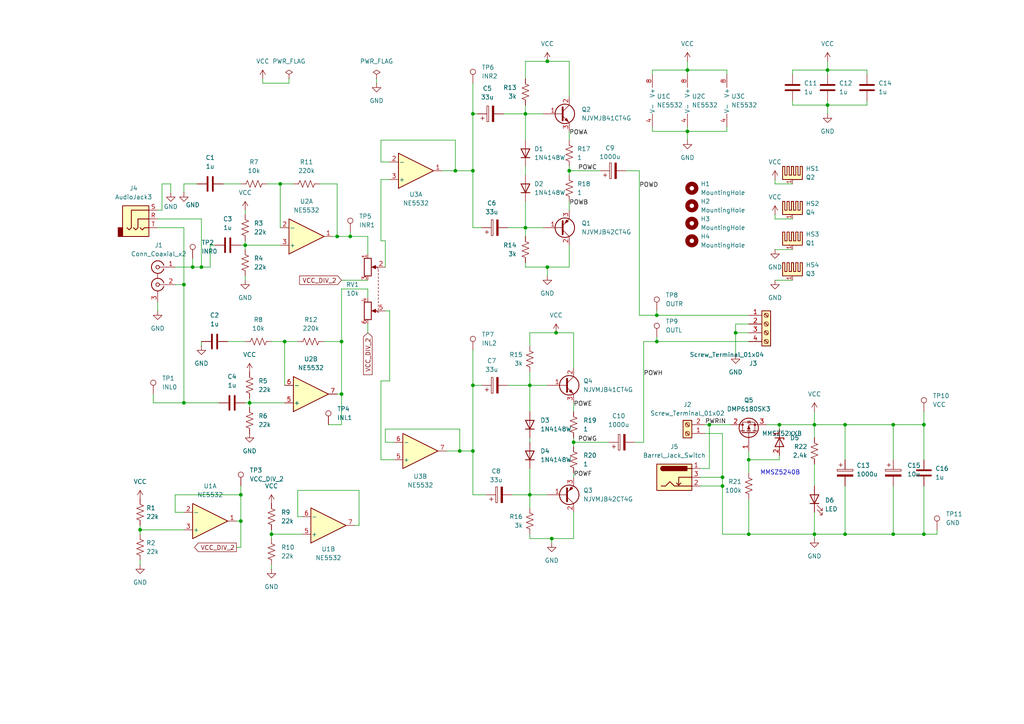
<source format=kicad_sch>
(kicad_sch (version 20231120) (generator "eeschema") (generator_version "8.0")
  (paper "A4")
  (junction (at 99.06 99.06))
  (junction (at 99.06 114.3))
  (junction (at 55.88 77.47))
  (junction (at 53.34 116.84))
  (junction (at 72.39 116.84))
  (junction (at 158.75 77.47))
  (junction (at 217.17 133.35))
  (junction (at 153.67 143.51))
  (junction (at 158.75 17.78))
  (junction (at 71.12 71.12))
  (junction (at 152.4 66.04))
  (junction (at 101.6 68.58))
  (junction (at 137.16 130.81))
  (junction (at 245.11 154.94))
  (junction (at 69.85 151.13))
  (junction (at 69.85 143.51))
  (junction (at 240.03 20.32))
  (junction (at 267.97 154.94))
  (junction (at 267.97 123.19))
  (junction (at 82.55 99.06))
  (junction (at 240.03 30.48))
  (junction (at 190.5 91.44))
  (junction (at 81.28 53.34))
  (junction (at 152.4 33.02))
  (junction (at 40.64 153.67))
  (junction (at 209.55 140.97))
  (junction (at 165.1 49.53))
  (junction (at 153.67 111.76))
  (junction (at 199.39 38.1))
  (junction (at 199.39 20.32))
  (junction (at 226.06 123.19))
  (junction (at 58.42 77.47))
  (junction (at 161.29 96.52))
  (junction (at 78.74 154.94))
  (junction (at 137.16 111.76))
  (junction (at 97.79 68.58))
  (junction (at 236.22 123.19))
  (junction (at 209.55 138.43))
  (junction (at 53.34 82.55))
  (junction (at 137.16 33.02))
  (junction (at 160.02 156.21))
  (junction (at 213.36 96.52))
  (junction (at 133.35 130.81))
  (junction (at 236.22 154.94))
  (junction (at 217.17 154.94))
  (junction (at 245.11 123.19))
  (junction (at 190.5 99.06))
  (junction (at 132.08 49.53))
  (junction (at 166.37 128.27))
  (junction (at 137.16 49.53))
  (junction (at 205.74 123.19))
  (junction (at 259.08 154.94))
  (junction (at 259.08 123.19))
  (wire (pts (xy 157.48 33.02) (xy 152.4 33.02)))
  (wire (pts (xy 69.85 143.51) (xy 69.85 151.13)))
  (wire (pts (xy 165.1 48.26) (xy 165.1 49.53)))
  (wire (pts (xy 226.06 123.19) (xy 236.22 123.19)))
  (wire (pts (xy 259.08 154.94) (xy 267.97 154.94)))
  (wire (pts (xy 210.82 38.1) (xy 210.82 36.83)))
  (wire (pts (xy 190.5 97.79) (xy 190.5 99.06)))
  (wire (pts (xy 71.12 69.85) (xy 71.12 71.12)))
  (wire (pts (xy 106.68 68.58) (xy 101.6 68.58)))
  (wire (pts (xy 58.42 77.47) (xy 55.88 77.47)))
  (wire (pts (xy 189.23 20.32) (xy 199.39 20.32)))
  (wire (pts (xy 71.12 60.96) (xy 71.12 62.23)))
  (wire (pts (xy 158.75 17.78) (xy 165.1 17.78)))
  (wire (pts (xy 72.39 115.57) (xy 72.39 116.84)))
  (wire (pts (xy 229.87 30.48) (xy 240.03 30.48)))
  (wire (pts (xy 78.74 99.06) (xy 82.55 99.06)))
  (wire (pts (xy 128.27 49.53) (xy 132.08 49.53)))
  (wire (pts (xy 60.96 71.12) (xy 62.23 71.12)))
  (wire (pts (xy 213.36 96.52) (xy 213.36 102.87)))
  (wire (pts (xy 132.08 40.64) (xy 110.49 40.64)))
  (wire (pts (xy 152.4 66.04) (xy 152.4 68.58)))
  (wire (pts (xy 50.8 143.51) (xy 69.85 143.51)))
  (wire (pts (xy 245.11 123.19) (xy 245.11 133.35)))
  (wire (pts (xy 137.16 130.81) (xy 137.16 143.51)))
  (wire (pts (xy 190.5 99.06) (xy 186.69 99.06)))
  (wire (pts (xy 224.79 63.5) (xy 224.79 62.23)))
  (wire (pts (xy 77.47 53.34) (xy 81.28 53.34)))
  (wire (pts (xy 217.17 93.98) (xy 213.36 93.98)))
  (wire (pts (xy 137.16 33.02) (xy 137.16 49.53)))
  (wire (pts (xy 240.03 20.32) (xy 240.03 21.59)))
  (wire (pts (xy 110.49 46.99) (xy 113.03 46.99)))
  (wire (pts (xy 153.67 100.33) (xy 153.67 96.52)))
  (wire (pts (xy 224.79 53.34) (xy 224.79 52.07)))
  (wire (pts (xy 106.68 86.36) (xy 106.68 83.82)))
  (wire (pts (xy 95.25 123.19) (xy 99.06 123.19)))
  (wire (pts (xy 148.59 143.51) (xy 153.67 143.51)))
  (wire (pts (xy 69.85 140.97) (xy 69.85 143.51)))
  (wire (pts (xy 217.17 133.35) (xy 217.17 130.81)))
  (wire (pts (xy 152.4 22.86) (xy 152.4 17.78)))
  (wire (pts (xy 78.74 163.83) (xy 78.74 165.1)))
  (wire (pts (xy 217.17 133.35) (xy 217.17 137.16)))
  (wire (pts (xy 102.87 152.4) (xy 104.14 152.4)))
  (wire (pts (xy 199.39 20.32) (xy 210.82 20.32)))
  (wire (pts (xy 165.1 17.78) (xy 165.1 27.94)))
  (wire (pts (xy 186.69 99.06) (xy 186.69 128.27)))
  (wire (pts (xy 87.63 149.86) (xy 86.36 149.86)))
  (wire (pts (xy 152.4 30.48) (xy 152.4 33.02)))
  (wire (pts (xy 58.42 99.06) (xy 58.42 100.33)))
  (wire (pts (xy 147.32 111.76) (xy 153.67 111.76)))
  (wire (pts (xy 153.67 143.51) (xy 153.67 147.32)))
  (wire (pts (xy 240.03 20.32) (xy 251.46 20.32)))
  (wire (pts (xy 69.85 158.75) (xy 69.85 151.13)))
  (wire (pts (xy 71.12 116.84) (xy 72.39 116.84)))
  (wire (pts (xy 40.64 152.4) (xy 40.64 153.67)))
  (wire (pts (xy 106.68 73.66) (xy 106.68 68.58)))
  (wire (pts (xy 53.34 148.59) (xy 50.8 148.59)))
  (wire (pts (xy 224.79 81.28) (xy 229.87 81.28)))
  (wire (pts (xy 158.75 77.47) (xy 158.75 80.01)))
  (wire (pts (xy 71.12 80.01) (xy 71.12 81.28)))
  (wire (pts (xy 217.17 91.44) (xy 190.5 91.44)))
  (wire (pts (xy 259.08 140.97) (xy 259.08 154.94)))
  (wire (pts (xy 55.88 77.47) (xy 50.8 77.47)))
  (wire (pts (xy 78.74 154.94) (xy 78.74 156.21)))
  (wire (pts (xy 236.22 123.19) (xy 245.11 123.19)))
  (wire (pts (xy 97.79 68.58) (xy 96.52 68.58)))
  (wire (pts (xy 224.79 72.39) (xy 229.87 72.39)))
  (wire (pts (xy 229.87 53.34) (xy 224.79 53.34)))
  (wire (pts (xy 245.11 154.94) (xy 259.08 154.94)))
  (wire (pts (xy 64.77 53.34) (xy 69.85 53.34)))
  (wire (pts (xy 104.14 142.24) (xy 104.14 152.4)))
  (wire (pts (xy 57.15 53.34) (xy 53.34 53.34)))
  (wire (pts (xy 111.76 90.17) (xy 113.03 90.17)))
  (wire (pts (xy 245.11 123.19) (xy 259.08 123.19)))
  (wire (pts (xy 153.67 96.52) (xy 161.29 96.52)))
  (wire (pts (xy 204.47 125.73) (xy 209.55 125.73)))
  (wire (pts (xy 240.03 29.21) (xy 240.03 30.48)))
  (wire (pts (xy 190.5 90.17) (xy 190.5 91.44)))
  (wire (pts (xy 160.02 156.21) (xy 160.02 157.48)))
  (wire (pts (xy 166.37 127) (xy 166.37 128.27)))
  (wire (pts (xy 217.17 154.94) (xy 236.22 154.94)))
  (wire (pts (xy 44.45 116.84) (xy 53.34 116.84)))
  (wire (pts (xy 236.22 148.59) (xy 236.22 154.94)))
  (wire (pts (xy 166.37 128.27) (xy 176.53 128.27)))
  (wire (pts (xy 226.06 132.08) (xy 226.06 133.35)))
  (wire (pts (xy 229.87 29.21) (xy 229.87 30.48)))
  (wire (pts (xy 166.37 128.27) (xy 166.37 129.54)))
  (wire (pts (xy 166.37 137.16) (xy 166.37 138.43)))
  (wire (pts (xy 209.55 154.94) (xy 217.17 154.94)))
  (wire (pts (xy 86.36 142.24) (xy 104.14 142.24)))
  (wire (pts (xy 226.06 133.35) (xy 217.17 133.35)))
  (wire (pts (xy 222.25 123.19) (xy 226.06 123.19)))
  (wire (pts (xy 72.39 116.84) (xy 82.55 116.84)))
  (wire (pts (xy 111.76 128.27) (xy 111.76 124.46)))
  (wire (pts (xy 189.23 36.83) (xy 189.23 38.1)))
  (wire (pts (xy 251.46 30.48) (xy 251.46 29.21)))
  (wire (pts (xy 209.55 125.73) (xy 209.55 138.43)))
  (wire (pts (xy 259.08 123.19) (xy 267.97 123.19)))
  (wire (pts (xy 49.53 55.88) (xy 49.53 53.34)))
  (wire (pts (xy 93.98 99.06) (xy 99.06 99.06)))
  (wire (pts (xy 99.06 114.3) (xy 97.79 114.3)))
  (wire (pts (xy 137.16 101.6) (xy 137.16 111.76)))
  (wire (pts (xy 99.06 114.3) (xy 99.06 123.19)))
  (wire (pts (xy 45.72 63.5) (xy 58.42 63.5)))
  (wire (pts (xy 76.2 22.86) (xy 76.2 24.13)))
  (wire (pts (xy 111.76 124.46) (xy 133.35 124.46)))
  (wire (pts (xy 132.08 49.53) (xy 132.08 40.64)))
  (wire (pts (xy 99.06 99.06) (xy 99.06 114.3)))
  (wire (pts (xy 217.17 144.78) (xy 217.17 154.94)))
  (wire (pts (xy 158.75 77.47) (xy 152.4 77.47)))
  (wire (pts (xy 110.49 110.49) (xy 110.49 133.35)))
  (wire (pts (xy 133.35 130.81) (xy 137.16 130.81)))
  (wire (pts (xy 146.05 33.02) (xy 152.4 33.02)))
  (wire (pts (xy 101.6 67.31) (xy 101.6 68.58)))
  (wire (pts (xy 240.03 30.48) (xy 240.03 33.02)))
  (wire (pts (xy 109.22 22.86) (xy 109.22 24.13)))
  (wire (pts (xy 210.82 20.32) (xy 210.82 21.59)))
  (wire (pts (xy 236.22 119.38) (xy 236.22 123.19)))
  (wire (pts (xy 53.34 82.55) (xy 50.8 82.55)))
  (wire (pts (xy 53.34 66.04) (xy 45.72 66.04)))
  (wire (pts (xy 99.06 83.82) (xy 99.06 99.06)))
  (wire (pts (xy 152.4 48.26) (xy 152.4 50.8)))
  (wire (pts (xy 81.28 66.04) (xy 81.28 53.34)))
  (wire (pts (xy 203.2 135.89) (xy 205.74 135.89)))
  (wire (pts (xy 113.03 110.49) (xy 110.49 110.49)))
  (wire (pts (xy 110.49 40.64) (xy 110.49 46.99)))
  (wire (pts (xy 240.03 17.78) (xy 240.03 20.32)))
  (wire (pts (xy 113.03 90.17) (xy 113.03 110.49)))
  (wire (pts (xy 78.74 153.67) (xy 78.74 154.94)))
  (wire (pts (xy 267.97 119.38) (xy 267.97 123.19)))
  (wire (pts (xy 152.4 33.02) (xy 152.4 40.64)))
  (wire (pts (xy 152.4 77.47) (xy 152.4 76.2)))
  (wire (pts (xy 213.36 93.98) (xy 213.36 96.52)))
  (wire (pts (xy 166.37 116.84) (xy 166.37 119.38)))
  (wire (pts (xy 186.69 128.27) (xy 184.15 128.27)))
  (wire (pts (xy 137.16 66.04) (xy 139.7 66.04)))
  (wire (pts (xy 106.68 83.82) (xy 99.06 83.82)))
  (wire (pts (xy 204.47 123.19) (xy 205.74 123.19)))
  (wire (pts (xy 190.5 91.44) (xy 185.42 91.44)))
  (wire (pts (xy 114.3 128.27) (xy 111.76 128.27)))
  (wire (pts (xy 50.8 148.59) (xy 50.8 143.51)))
  (wire (pts (xy 152.4 66.04) (xy 157.48 66.04)))
  (wire (pts (xy 153.67 107.95) (xy 153.67 111.76)))
  (wire (pts (xy 113.03 52.07) (xy 110.49 52.07)))
  (wire (pts (xy 111.76 69.85) (xy 111.76 77.47)))
  (wire (pts (xy 68.58 151.13) (xy 69.85 151.13)))
  (wire (pts (xy 267.97 154.94) (xy 271.78 154.94)))
  (wire (pts (xy 97.79 53.34) (xy 97.79 68.58)))
  (wire (pts (xy 153.67 143.51) (xy 158.75 143.51)))
  (wire (pts (xy 45.72 60.96) (xy 46.99 60.96)))
  (wire (pts (xy 199.39 20.32) (xy 199.39 21.59)))
  (wire (pts (xy 271.78 153.67) (xy 271.78 154.94)))
  (wire (pts (xy 160.02 156.21) (xy 153.67 156.21)))
  (wire (pts (xy 101.6 68.58) (xy 97.79 68.58)))
  (wire (pts (xy 165.1 58.42) (xy 165.1 60.96)))
  (wire (pts (xy 106.68 81.28) (xy 99.06 81.28)))
  (wire (pts (xy 209.55 140.97) (xy 209.55 154.94)))
  (wire (pts (xy 53.34 116.84) (xy 63.5 116.84)))
  (wire (pts (xy 236.22 154.94) (xy 245.11 154.94)))
  (wire (pts (xy 53.34 82.55) (xy 53.34 66.04)))
  (wire (pts (xy 165.1 71.12) (xy 165.1 77.47)))
  (wire (pts (xy 58.42 63.5) (xy 58.42 77.47)))
  (wire (pts (xy 199.39 38.1) (xy 199.39 40.64)))
  (wire (pts (xy 137.16 49.53) (xy 137.16 66.04)))
  (wire (pts (xy 236.22 134.62) (xy 236.22 140.97)))
  (wire (pts (xy 152.4 17.78) (xy 158.75 17.78)))
  (wire (pts (xy 44.45 114.3) (xy 44.45 116.84)))
  (wire (pts (xy 40.64 162.56) (xy 40.64 163.83)))
  (wire (pts (xy 46.99 53.34) (xy 46.99 60.96)))
  (wire (pts (xy 203.2 140.97) (xy 209.55 140.97)))
  (wire (pts (xy 166.37 148.59) (xy 166.37 156.21)))
  (wire (pts (xy 209.55 138.43) (xy 209.55 140.97)))
  (wire (pts (xy 71.12 71.12) (xy 81.28 71.12)))
  (wire (pts (xy 229.87 21.59) (xy 229.87 20.32)))
  (wire (pts (xy 213.36 96.52) (xy 217.17 96.52)))
  (wire (pts (xy 226.06 123.19) (xy 226.06 124.46)))
  (wire (pts (xy 81.28 53.34) (xy 85.09 53.34)))
  (wire (pts (xy 267.97 123.19) (xy 267.97 133.35)))
  (wire (pts (xy 165.1 49.53) (xy 165.1 50.8)))
  (wire (pts (xy 45.72 87.63) (xy 45.72 90.17)))
  (wire (pts (xy 110.49 133.35) (xy 114.3 133.35)))
  (wire (pts (xy 68.58 158.75) (xy 69.85 158.75)))
  (wire (pts (xy 152.4 58.42) (xy 152.4 66.04)))
  (wire (pts (xy 76.2 24.13) (xy 83.82 24.13)))
  (wire (pts (xy 53.34 116.84) (xy 53.34 82.55)))
  (wire (pts (xy 267.97 154.94) (xy 267.97 140.97)))
  (wire (pts (xy 251.46 20.32) (xy 251.46 21.59)))
  (wire (pts (xy 199.39 17.78) (xy 199.39 20.32)))
  (wire (pts (xy 189.23 38.1) (xy 199.39 38.1)))
  (wire (pts (xy 166.37 156.21) (xy 160.02 156.21)))
  (wire (pts (xy 236.22 123.19) (xy 236.22 127)))
  (wire (pts (xy 72.39 116.84) (xy 72.39 118.11)))
  (wire (pts (xy 106.68 93.98) (xy 106.68 96.52)))
  (wire (pts (xy 137.16 143.51) (xy 140.97 143.51)))
  (wire (pts (xy 153.67 135.89) (xy 153.67 143.51)))
  (wire (pts (xy 181.61 49.53) (xy 185.42 49.53)))
  (wire (pts (xy 199.39 38.1) (xy 210.82 38.1)))
  (wire (pts (xy 92.71 53.34) (xy 97.79 53.34)))
  (wire (pts (xy 49.53 53.34) (xy 46.99 53.34)))
  (wire (pts (xy 217.17 99.06) (xy 190.5 99.06)))
  (wire (pts (xy 60.96 77.47) (xy 58.42 77.47)))
  (wire (pts (xy 205.74 135.89) (xy 205.74 123.19)))
  (wire (pts (xy 82.55 111.76) (xy 82.55 99.06)))
  (wire (pts (xy 161.29 96.52) (xy 166.37 96.52)))
  (wire (pts (xy 165.1 38.1) (xy 165.1 40.64)))
  (wire (pts (xy 137.16 24.13) (xy 137.16 33.02)))
  (wire (pts (xy 236.22 154.94) (xy 236.22 156.21)))
  (wire (pts (xy 245.11 140.97) (xy 245.11 154.94)))
  (wire (pts (xy 110.49 52.07) (xy 110.49 69.85)))
  (wire (pts (xy 60.96 71.12) (xy 60.96 77.47)))
  (wire (pts (xy 240.03 30.48) (xy 251.46 30.48)))
  (wire (pts (xy 86.36 149.86) (xy 86.36 142.24)))
  (wire (pts (xy 87.63 154.94) (xy 78.74 154.94)))
  (wire (pts (xy 110.49 69.85) (xy 111.76 69.85)))
  (wire (pts (xy 173.99 49.53) (xy 165.1 49.53)))
  (wire (pts (xy 259.08 133.35) (xy 259.08 123.19)))
  (wire (pts (xy 153.67 127) (xy 153.67 128.27)))
  (wire (pts (xy 138.43 33.02) (xy 137.16 33.02)))
  (wire (pts (xy 53.34 153.67) (xy 40.64 153.67)))
  (wire (pts (xy 83.82 22.86) (xy 83.82 24.13)))
  (wire (pts (xy 55.88 74.93) (xy 55.88 77.47)))
  (wire (pts (xy 229.87 20.32) (xy 240.03 20.32)))
  (wire (pts (xy 71.12 71.12) (xy 71.12 72.39)))
  (wire (pts (xy 199.39 36.83) (xy 199.39 38.1)))
  (wire (pts (xy 229.87 63.5) (xy 224.79 63.5)))
  (wire (pts (xy 185.42 49.53) (xy 185.42 91.44)))
  (wire (pts (xy 133.35 124.46) (xy 133.35 130.81)))
  (wire (pts (xy 69.85 71.12) (xy 71.12 71.12)))
  (wire (pts (xy 147.32 66.04) (xy 152.4 66.04)))
  (wire (pts (xy 158.75 111.76) (xy 153.67 111.76)))
  (wire (pts (xy 66.04 99.06) (xy 71.12 99.06)))
  (wire (pts (xy 129.54 130.81) (xy 133.35 130.81)))
  (wire (pts (xy 189.23 21.59) (xy 189.23 20.32)))
  (wire (pts (xy 132.08 49.53) (xy 137.16 49.53)))
  (wire (pts (xy 153.67 111.76) (xy 153.67 119.38)))
  (wire (pts (xy 40.64 153.67) (xy 40.64 154.94)))
  (wire (pts (xy 165.1 77.47) (xy 158.75 77.47)))
  (wire (pts (xy 82.55 99.06) (xy 86.36 99.06)))
  (wire (pts (xy 137.16 111.76) (xy 137.16 130.81)))
  (wire (pts (xy 205.74 123.19) (xy 212.09 123.19)))
  (wire (pts (xy 53.34 53.34) (xy 53.34 55.88)))
  (wire (pts (xy 153.67 156.21) (xy 153.67 154.94)))
  (wire (pts (xy 139.7 111.76) (xy 137.16 111.76)))
  (wire (pts (xy 166.37 96.52) (xy 166.37 106.68)))
  (wire (pts (xy 203.2 138.43) (xy 209.55 138.43)))
  (text "MMSZ5240B" (at 220.472 137.922 0) (effects (font (size 1.27 1.27)) (justify left bottom)))
  (label "POWA" (at 165.1 39.37 0))
  (label "POWE" (at 166.37 118.11 0))
  (label "POWH" (at 186.69 109.22 0))
  (label "PWRIN" (at 204.47 123.19 0))
  (label "POWF" (at 166.37 138.43 0))
  (label "POWG" (at 167.64 128.27 0))
  (label "POWC" (at 167.64 49.53 0))
  (label "POWD" (at 185.42 54.61 0))
  (label "POWB" (at 165.1 59.69 0))
  (global_label "VCC_DIV_2" (shape input) (at 99.06 81.28 180) (property "Intersheetrefs" "${INTERSHEET_REFS}" (effects (hide yes))))
  (global_label "VCC_DIV_2" (shape output) (at 68.58 158.75 180) (property "Intersheetrefs" "${INTERSHEET_REFS}" (effects (hide yes))))
  (global_label "VCC_DIV_2" (shape input) (at 106.68 96.52 270) (property "Intersheetrefs" "${INTERSHEET_REFS}" (effects (hide yes))))
  (symbol (lib_id "Amplifier_Operational:NE5532") (at 120.65 49.53 0) (mirror x) (unit 1)
    (property "Reference" "U3" (at 120.65 56.388 0))
    (property "Value" "NE5532" (at 120.65 58.928 0))
    (property "Footprint" "Package_SO:SOIC-8_3.9x4.9mm_P1.27mm" (effects (hide yes)))
    (property "Datasheet" "http://www.ti.com/lit/ds/symlink/ne5532.pdf" (effects (hide yes)))
  )
  (symbol (lib_id "Device:R_US") (at 72.39 121.92 180) (unit 1)
    (property "Reference" "R6" (at 74.93 120.65 0) (effects (justify right)))
    (property "Value" "22k" (at 74.93 123.19 0) (effects (justify right)))
    (property "Footprint" "Resistor_SMD:R_1206_3216Metric_Pad1.30x1.75mm_HandSolder" (effects (hide yes)))
  )
  (symbol (lib_id "Connector:TestPoint") (at 137.16 101.6 0) (unit 1)
    (property "Reference" "TP7" (at 139.7 97.028 0) (effects (justify left)))
    (property "Value" "INL2" (at 139.7 99.568 0) (effects (justify left)))
    (property "Footprint" "TestPoint:TestPoint_THTPad_D2.0mm_Drill1.0mm" (effects (hide yes)))
  )
  (symbol (lib_name "VCC_2") (lib_id "power:VCC") (at 158.75 17.78 0) (unit 1)
    (property "Reference" "#PWR012" (effects (hide yes)))
    (property "Value" "VCC" (at 158.75 12.7 0))
    (property "Description" "Power symbol creates a global label with name \"VCC\"" (effects (hide yes)))
  )
  (symbol (lib_id "power:GND") (at 49.53 55.88 0) (unit 1)
    (property "Reference" "#PWR029" (effects (hide yes)))
    (property "Value" "GND" (at 49.53 59.944 0))
    (property "Description" "Power symbol creates a global label with name \"GND\" , ground" (effects (hide yes)))
  )
  (symbol (lib_id "Device:R_US") (at 236.22 130.81 0) (unit 1)
    (property "Reference" "R22" (at 234.188 129.54 0) (effects (justify right)))
    (property "Value" "2.4k" (at 234.188 132.08 0) (effects (justify right)))
    (property "Footprint" "Resistor_SMD:R_1206_3216Metric_Pad1.30x1.75mm_HandSolder" (effects (hide yes)))
  )
  (symbol (lib_id "power:GND") (at 71.12 81.28 0) (unit 1)
    (property "Reference" "#PWR013" (effects (hide yes)))
    (property "Value" "GND" (at 71.12 86.36 0))
    (property "Description" "Power symbol creates a global label with name \"GND\" , ground" (effects (hide yes)))
  )
  (symbol (lib_id "power:GND") (at 78.74 165.1 0) (unit 1)
    (property "Reference" "#PWR017" (effects (hide yes)))
    (property "Value" "GND" (at 78.74 170.18 0))
    (property "Description" "Power symbol creates a global label with name \"GND\" , ground" (effects (hide yes)))
  )
  (symbol (lib_id "power:GND") (at 160.02 157.48 0) (unit 1)
    (property "Reference" "#PWR04" (effects (hide yes)))
    (property "Value" "GND" (at 160.02 162.56 0))
    (property "Description" "Power symbol creates a global label with name \"GND\" , ground" (effects (hide yes)))
  )
  (symbol (lib_id "Connector:TestPoint") (at 190.5 90.17 0) (unit 1)
    (property "Reference" "TP8" (at 193.04 85.598 0) (effects (justify left)))
    (property "Value" "OUTR" (at 193.04 88.138 0) (effects (justify left)))
    (property "Footprint" "TestPoint:TestPoint_THTPad_D2.0mm_Drill1.0mm" (effects (hide yes)))
  )
  (symbol (lib_id "myparts:NJVMJB42CT4G") (at 163.83 66.04 0) (mirror x) (unit 1)
    (property "Reference" "Q1" (at 168.656 64.77 0) (effects (justify left)))
    (property "Value" "NJVMJB42CT4G" (at 168.656 67.31 0) (effects (justify left)))
    (property "Footprint" "Package_TO_SOT_SMD:TO-263-2" (effects (hide yes)))
  )
  (symbol (lib_id "Connector:TestPoint") (at 271.78 153.67 0) (unit 1)
    (property "Reference" "TP11" (at 274.32 149.098 0) (effects (justify left)))
    (property "Value" "GND" (at 274.32 151.638 0) (effects (justify left)))
    (property "Footprint" "TestPoint:TestPoint_THTPad_D2.0mm_Drill1.0mm" (effects (hide yes)))
  )
  (symbol (lib_id "Device:C") (at 60.96 53.34 270) (unit 1)
    (property "Reference" "C1" (at 60.96 45.72 90))
    (property "Value" "1u" (at 60.96 48.26 90))
    (property "Footprint" "Capacitor_SMD:C_1206_3216Metric_Pad1.33x1.80mm_HandSolder" (effects (hide yes)))
  )
  (symbol (lib_id "Device:C") (at 66.04 71.12 270) (unit 1)
    (property "Reference" "C3" (at 66.04 63.5 90))
    (property "Value" "1u" (at 66.04 66.04 90))
    (property "Footprint" "Capacitor_SMD:C_1206_3216Metric_Pad1.33x1.80mm_HandSolder" (effects (hide yes)))
  )
  (symbol (lib_id "power:GND") (at 53.34 55.88 0) (unit 1)
    (property "Reference" "#PWR020" (effects (hide yes)))
    (property "Value" "GND" (at 55.88 59.436 0))
    (property "Description" "Power symbol creates a global label with name \"GND\" , ground" (effects (hide yes)))
  )
  (symbol (lib_id "Connector:Barrel_Jack_Switch") (at 195.58 138.43 0) (unit 1)
    (property "Reference" "J5" (at 195.58 129.54 0))
    (property "Value" "Barrel_Jack_Switch" (at 195.58 132.08 0))
    (property "Footprint" "Connector_BarrelJack:BarrelJack_CUI_PJ-102AH_Horizontal" (effects (hide yes)))
    (property "Description" "DC Barrel Jack with an internal switch" (effects (hide yes)))
  )
  (symbol (lib_id "power:GND") (at 109.22 24.13 0) (unit 1)
    (property "Reference" "#PWR028" (effects (hide yes)))
    (property "Value" "GND" (at 109.22 29.21 0))
    (property "Description" "Power symbol creates a global label with name \"GND\" , ground" (effects (hide yes)))
  )
  (symbol (lib_name "VCC_2") (lib_id "power:VCC") (at 40.64 144.78 0) (unit 1)
    (property "Reference" "#PWR027" (effects (hide yes)))
    (property "Value" "VCC" (at 40.64 139.7 0))
    (property "Description" "Power symbol creates a global label with name \"VCC\"" (effects (hide yes)))
  )
  (symbol (lib_id "Device:C_Polarized") (at 143.51 111.76 90) (unit 1)
    (property "Reference" "C7" (at 142.621 104.648 90))
    (property "Value" "33u" (at 142.621 107.188 90))
    (property "Footprint" "Capacitor_SMD:C_Elec_6.3x5.4" (effects (hide yes)))
  )
  (symbol (lib_id "Amplifier_Operational:NE5532") (at 121.92 130.81 0) (mirror x) (unit 2)
    (property "Reference" "U3" (at 121.92 138.176 0))
    (property "Value" "NE5532" (at 121.92 140.716 0))
    (property "Footprint" "Package_SO:SOIC-8_3.9x4.9mm_P1.27mm" (effects (hide yes)))
    (property "Datasheet" "http://www.ti.com/lit/ds/symlink/ne5532.pdf" (effects (hide yes)))
  )
  (symbol (lib_id "Device:C_Polarized") (at 143.51 66.04 90) (unit 1)
    (property "Reference" "C6" (at 142.621 58.928 90))
    (property "Value" "33u" (at 142.621 61.468 90))
    (property "Footprint" "Capacitor_SMD:C_Elec_6.3x5.4" (effects (hide yes)))
  )
  (symbol (lib_id "Device:R_Potentiometer_Dual") (at 109.22 83.82 270) (unit 1)
    (property "Reference" "RV1" (at 104.14 82.55 90) (effects (justify right)))
    (property "Value" "10k" (at 104.14 85.09 90) (effects (justify right)))
    (property "Footprint" "myparts:PTD902-2015K-B103" (effects (hide yes)))
  )
  (symbol (lib_id "Amplifier_Operational:NE5532") (at 213.36 29.21 0) (unit 3)
    (property "Reference" "U3" (at 212.09 27.94 0) (effects (justify left)))
    (property "Value" "NE5532" (at 212.09 30.48 0) (effects (justify left)))
    (property "Footprint" "Package_SO:SOIC-8_3.9x4.9mm_P1.27mm" (effects (hide yes)))
    (property "Datasheet" "http://www.ti.com/lit/ds/symlink/ne5532.pdf" (effects (hide yes)))
  )
  (symbol (lib_id "Device:C_Polarized") (at 259.08 137.16 0) (unit 1)
    (property "Reference" "C15" (at 263.144 135.001 0) (effects (justify left)))
    (property "Value" "10u" (at 263.144 137.541 0) (effects (justify left)))
    (property "Footprint" "Capacitor_SMD:CP_Elec_5x5.3" (effects (hide yes)))
  )
  (symbol (lib_id "Diode:1N4148W") (at 153.67 132.08 90) (unit 1)
    (property "Reference" "D4" (at 156.718 130.81 90) (effects (justify right)))
    (property "Value" "1N4148W" (at 156.718 133.35 90) (effects (justify right)))
    (property "Footprint" "Diode_SMD:D_SOD-123" (effects (hide yes)))
    (property "Datasheet" "https://www.vishay.com/docs/85748/1n4148w.pdf" (effects (hide yes)))
    (property "Sim.Device" "D" (effects (hide yes)))
    (property "Sim.Pins" "1=K 2=A" (effects (hide yes)))
  )
  (symbol (lib_name "VCC_2") (lib_id "power:VCC") (at 240.03 17.78 0) (unit 1)
    (property "Reference" "#PWR016" (effects (hide yes)))
    (property "Value" "VCC" (at 240.03 12.7 0))
    (property "Description" "Power symbol creates a global label with name \"VCC\"" (effects (hide yes)))
  )
  (symbol (lib_name "VCC_2") (lib_id "power:VCC") (at 236.22 119.38 0) (unit 1)
    (property "Reference" "#PWR019" (effects (hide yes)))
    (property "Value" "VCC" (at 236.22 114.3 0))
    (property "Description" "Power symbol creates a global label with name \"VCC\"" (effects (hide yes)))
  )
  (symbol (lib_id "Mechanical:Heatsink_Pad") (at 229.87 50.8 0) (unit 1)
    (property "Reference" "HS1" (at 233.68 48.8949 0) (effects (justify left)))
    (property "Value" "Q2" (at 233.68 51.4349 0) (effects (justify left)))
    (property "Footprint" "Heatsink:Heatsink_AAVID_573300D00010G_TO-263" (effects (hide yes)))
    (property "Description" "Heatsink with electrical connection, 1 pin" (effects (hide yes)))
  )
  (symbol (lib_id "Device:C") (at 267.97 137.16 0) (unit 1)
    (property "Reference" "C16" (at 271.272 135.89 0) (effects (justify left)))
    (property "Value" "1u" (at 271.272 138.43 0) (effects (justify left)))
    (property "Footprint" "Capacitor_SMD:C_1206_3216Metric_Pad1.33x1.80mm_HandSolder" (effects (hide yes)))
  )
  (symbol (lib_id "Device:R_US") (at 71.12 76.2 180) (unit 1)
    (property "Reference" "R4" (at 73.66 74.93 0) (effects (justify right)))
    (property "Value" "22k" (at 73.66 77.47 0) (effects (justify right)))
    (property "Footprint" "Resistor_SMD:R_1206_3216Metric_Pad1.30x1.75mm_HandSolder" (effects (hide yes)))
  )
  (symbol (lib_id "power:VCC") (at 71.12 60.96 0) (unit 1)
    (property "Reference" "#PWR06" (effects (hide yes)))
    (property "Value" "VCC" (at 71.12 55.88 0))
    (property "Description" "Power symbol creates a global label with name \"VCC\"" (effects (hide yes)))
  )
  (symbol (lib_id "power:GND") (at 199.39 40.64 0) (unit 1)
    (property "Reference" "#PWR07" (effects (hide yes)))
    (property "Value" "GND" (at 199.39 45.72 0))
    (property "Description" "Power symbol creates a global label with name \"GND\" , ground" (effects (hide yes)))
  )
  (symbol (lib_id "Connector:TestPoint") (at 137.16 24.13 0) (unit 1)
    (property "Reference" "TP6" (at 139.7 19.558 0) (effects (justify left)))
    (property "Value" "INR2" (at 139.7 22.098 0) (effects (justify left)))
    (property "Footprint" "TestPoint:TestPoint_THTPad_D2.0mm_Drill1.0mm" (effects (hide yes)))
  )
  (symbol (lib_id "Mechanical:MountingHole") (at 200.66 69.85 0) (unit 1)
    (property "Reference" "H4" (at 203.2 68.58 0) (effects (justify left)))
    (property "Value" "MountingHole" (at 203.2 71.12 0) (effects (justify left)))
    (property "Footprint" "MountingHole:MountingHole_3.2mm_M3_ISO7380" (effects (hide yes)))
  )
  (symbol (lib_id "myparts:NJVMJB41CT4G") (at 165.1 33.02 0) (unit 1)
    (property "Reference" "Q2" (at 168.656 31.75 0) (effects (justify left)))
    (property "Value" "NJVMJB41CT4G" (at 168.656 34.29 0) (effects (justify left)))
    (property "Footprint" "Package_TO_SOT_SMD:TO-263-2" (effects (hide yes)))
  )
  (symbol (lib_id "power:GND") (at 224.79 72.39 0) (unit 1)
    (property "Reference" "#PWR025" (effects (hide yes)))
    (property "Value" "GND" (at 224.79 77.47 0))
    (property "Description" "Power symbol creates a global label with name \"GND\" , ground" (effects (hide yes)))
  )
  (symbol (lib_id "power:GND") (at 224.79 81.28 0) (unit 1)
    (property "Reference" "#PWR026" (effects (hide yes)))
    (property "Value" "GND" (at 224.79 86.36 0))
    (property "Description" "Power symbol creates a global label with name \"GND\" , ground" (effects (hide yes)))
  )
  (symbol (lib_id "Connector:TestPoint") (at 95.25 123.19 0) (unit 1)
    (property "Reference" "TP4" (at 97.79 118.618 0) (effects (justify left)))
    (property "Value" "INL1" (at 97.79 121.158 0) (effects (justify left)))
    (property "Footprint" "TestPoint:TestPoint_THTPad_D2.0mm_Drill1.0mm" (effects (hide yes)))
  )
  (symbol (lib_id "Device:C") (at 240.03 25.4 0) (unit 1)
    (property "Reference" "C12" (at 243.332 24.13 0) (effects (justify left)))
    (property "Value" "1u" (at 243.332 26.67 0) (effects (justify left)))
    (property "Footprint" "Capacitor_SMD:C_1206_3216Metric_Pad1.33x1.80mm_HandSolder" (effects (hide yes)))
  )
  (symbol (lib_id "power:GND") (at 213.36 102.87 0) (unit 1)
    (property "Reference" "#PWR03" (effects (hide yes)))
    (property "Value" "GND" (at 213.36 107.95 0))
    (property "Description" "Power symbol creates a global label with name \"GND\" , ground" (effects (hide yes)))
  )
  (symbol (lib_id "Device:C_Polarized") (at 144.78 143.51 90) (unit 1)
    (property "Reference" "C8" (at 143.891 136.652 90))
    (property "Value" "33u" (at 143.891 139.192 90))
    (property "Footprint" "Capacitor_SMD:C_Elec_6.3x5.4" (effects (hide yes)))
  )
  (symbol (lib_id "Mechanical:Heatsink_Pad") (at 229.87 69.85 0) (unit 1)
    (property "Reference" "HS3" (at 233.68 67.9449 0) (effects (justify left)))
    (property "Value" "Q1" (at 233.68 70.4849 0) (effects (justify left)))
    (property "Footprint" "Heatsink:Heatsink_AAVID_573300D00010G_TO-263" (effects (hide yes)))
    (property "Description" "Heatsink with electrical connection, 1 pin" (effects (hide yes)))
  )
  (symbol (lib_id "myparts:NJVMJB41CT4G") (at 166.37 111.76 0) (unit 1)
    (property "Reference" "Q4" (at 169.164 110.49 0) (effects (justify left)))
    (property "Value" "NJVMJB41CT4G" (at 169.164 113.03 0) (effects (justify left)))
    (property "Footprint" "Package_TO_SOT_SMD:TO-263-2" (effects (hide yes)))
  )
  (symbol (lib_id "Connector:Screw_Terminal_01x02") (at 199.39 125.73 180) (unit 1)
    (property "Reference" "J2" (at 199.39 117.348 0))
    (property "Value" "Screw_Terminal_01x02" (at 199.39 119.888 0))
    (property "Footprint" "TerminalBlock:TerminalBlock_Altech_AK300-2_P5.00mm" (effects (hide yes)))
  )
  (symbol (lib_id "Diode:1N4148W") (at 153.67 123.19 90) (unit 1)
    (property "Reference" "D3" (at 156.718 121.92 90) (effects (justify right)))
    (property "Value" "1N4148W" (at 156.718 124.46 90) (effects (justify right)))
    (property "Footprint" "Diode_SMD:D_SOD-123" (effects (hide yes)))
    (property "Datasheet" "https://www.vishay.com/docs/85748/1n4148w.pdf" (effects (hide yes)))
    (property "Sim.Device" "D" (effects (hide yes)))
    (property "Sim.Pins" "1=K 2=A" (effects (hide yes)))
  )
  (symbol (lib_id "Device:R_US") (at 74.93 99.06 90) (unit 1)
    (property "Reference" "R8" (at 74.93 92.71 90))
    (property "Value" "10k" (at 74.93 95.25 90))
    (property "Footprint" "Resistor_SMD:R_1206_3216Metric_Pad1.30x1.75mm_HandSolder" (effects (hide yes)))
  )
  (symbol (lib_id "Device:R_US") (at 153.67 151.13 0) (unit 1)
    (property "Reference" "R16" (at 151.638 149.86 0) (effects (justify right)))
    (property "Value" "3k" (at 151.638 152.4 0) (effects (justify right)))
    (property "Footprint" "Resistor_SMD:R_1206_3216Metric_Pad1.30x1.75mm_HandSolder" (effects (hide yes)))
  )
  (symbol (lib_id "Device:C") (at 251.46 25.4 0) (unit 1)
    (property "Reference" "C14" (at 254.762 24.13 0) (effects (justify left)))
    (property "Value" "1u" (at 254.762 26.67 0) (effects (justify left)))
    (property "Footprint" "Capacitor_SMD:C_1206_3216Metric_Pad1.33x1.80mm_HandSolder" (effects (hide yes)))
  )
  (symbol (lib_id "myparts:DMP6180SK3") (at 217.17 123.19 90) (unit 1)
    (property "Reference" "Q5" (at 217.17 116.078 90))
    (property "Value" "DMP6180SK3" (at 217.17 118.618 90))
    (property "Footprint" "Package_TO_SOT_SMD:TO-252-2" (effects (hide yes)))
  )
  (symbol (lib_id "Device:R_US") (at 166.37 133.35 0) (unit 1)
    (property "Reference" "R20" (at 169.164 132.08 0) (effects (justify left)))
    (property "Value" "1" (at 169.164 134.62 0) (effects (justify left)))
    (property "Footprint" "Resistor_SMD:R_2512_6332Metric_Pad1.40x3.35mm_HandSolder" (effects (hide yes)))
  )
  (symbol (lib_id "Connector:TestPoint") (at 101.6 67.31 0) (unit 1)
    (property "Reference" "TP5" (at 104.14 62.738 0) (effects (justify left)))
    (property "Value" "INR1" (at 104.14 65.278 0) (effects (justify left)))
    (property "Footprint" "TestPoint:TestPoint_THTPad_D2.0mm_Drill1.0mm" (effects (hide yes)))
  )
  (symbol (lib_id "Connector:TestPoint") (at 267.97 119.38 0) (unit 1)
    (property "Reference" "TP10" (at 270.51 114.808 0) (effects (justify left)))
    (property "Value" "VCC" (at 270.51 117.348 0) (effects (justify left)))
    (property "Footprint" "TestPoint:TestPoint_THTPad_D2.0mm_Drill1.0mm" (effects (hide yes)))
  )
  (symbol (lib_id "Mechanical:MountingHole") (at 200.66 59.69 0) (unit 1)
    (property "Reference" "H2" (at 203.2 58.42 0) (effects (justify left)))
    (property "Value" "MountingHole" (at 203.2 60.96 0) (effects (justify left)))
    (property "Footprint" "MountingHole:MountingHole_3.2mm_M3_ISO7380" (effects (hide yes)))
  )
  (symbol (lib_id "Device:C") (at 62.23 99.06 270) (unit 1)
    (property "Reference" "C2" (at 62.23 91.44 90))
    (property "Value" "1u" (at 62.23 93.98 90))
    (property "Footprint" "Capacitor_SMD:C_1206_3216Metric_Pad1.33x1.80mm_HandSolder" (effects (hide yes)))
  )
  (symbol (lib_id "power:PWR_FLAG") (at 83.82 22.86 0) (unit 1)
    (property "Reference" "#FLG01" (effects (hide yes)))
    (property "Value" "PWR_FLAG" (at 83.82 17.78 0))
    (property "Description" "Special symbol for telling ERC where power comes from" (effects (hide yes)))
  )
  (symbol (lib_id "Amplifier_Operational:NE5532") (at 60.96 151.13 0) (mirror x) (unit 1)
    (property "Reference" "U1" (at 60.96 140.97 0))
    (property "Value" "NE5532" (at 60.96 143.51 0))
    (property "Footprint" "Package_SO:SOIC-8_3.9x4.9mm_P1.27mm" (effects (hide yes)))
    (property "Datasheet" "http://www.ti.com/lit/ds/symlink/ne5532.pdf" (effects (hide yes)))
  )
  (symbol (lib_id "power:GND") (at 158.75 80.01 0) (unit 1)
    (property "Reference" "#PWR05" (effects (hide yes)))
    (property "Value" "GND" (at 158.75 85.09 0))
    (property "Description" "Power symbol creates a global label with name \"GND\" , ground" (effects (hide yes)))
  )
  (symbol (lib_name "VCC_3") (lib_id "power:VCC") (at 199.39 17.78 0) (unit 1)
    (property "Reference" "#PWR014" (effects (hide yes)))
    (property "Value" "VCC" (at 199.39 12.7 0))
    (property "Description" "Power symbol creates a global label with name \"VCC\"" (effects (hide yes)))
  )
  (symbol (lib_id "Connector_Audio:AudioJack3") (at 40.64 63.5 0) (unit 1)
    (property "Reference" "J4" (at 38.735 54.61 0))
    (property "Value" "AudioJack3" (at 38.735 57.15 0))
    (property "Footprint" "Connector_Audio:Jack_3.5mm_CUI_SJ1-3533NG_Horizontal" (effects (hide yes)))
    (property "Description" "Audio Jack, 3 Poles (Stereo / TRS)" (effects (hide yes)))
  )
  (symbol (lib_id "Device:R_US") (at 78.74 149.86 180) (unit 1)
    (property "Reference" "R9" (at 81.534 148.59 0) (effects (justify right)))
    (property "Value" "22k" (at 81.534 151.13 0) (effects (justify right)))
    (property "Footprint" "Resistor_SMD:R_1206_3216Metric_Pad1.30x1.75mm_HandSolder" (effects (hide yes)))
  )
  (symbol (lib_id "power:PWR_FLAG") (at 109.22 22.86 0) (unit 1)
    (property "Reference" "#FLG02" (effects (hide yes)))
    (property "Value" "PWR_FLAG" (at 109.22 17.78 0))
    (property "Description" "Special symbol for telling ERC where power comes from" (effects (hide yes)))
  )
  (symbol (lib_id "Device:C_Polarized") (at 142.24 33.02 90) (unit 1)
    (property "Reference" "C5" (at 141.351 25.654 90))
    (property "Value" "33u" (at 141.351 28.194 90))
    (property "Footprint" "Capacitor_SMD:C_Elec_6.3x5.4" (effects (hide yes)))
  )
  (symbol (lib_id "Device:C_Polarized") (at 180.34 128.27 90) (unit 1)
    (property "Reference" "C10" (at 179.451 120.65 90))
    (property "Value" "1000u" (at 179.451 123.19 90))
    (property "Footprint" "Capacitor_SMD:CP_Elec_16x17.5" (effects (hide yes)))
  )
  (symbol (lib_id "Mechanical:Heatsink_Pad") (at 229.87 78.74 0) (unit 1)
    (property "Reference" "HS4" (at 233.68 76.8349 0) (effects (justify left)))
    (property "Value" "Q3" (at 233.68 79.3749 0) (effects (justify left)))
    (property "Footprint" "Heatsink:Heatsink_AAVID_573300D00010G_TO-263" (effects (hide yes)))
    (property "Description" "Heatsink with electrical connection, 1 pin" (effects (hide yes)))
  )
  (symbol (lib_id "Amplifier_Operational:NE5532") (at 191.77 29.21 0) (unit 3)
    (property "Reference" "U1" (at 190.5 27.94 0) (effects (justify left)))
    (property "Value" "NE5532" (at 190.5 30.48 0) (effects (justify left)))
    (property "Footprint" "Package_SO:SOIC-8_3.9x4.9mm_P1.27mm" (effects (hide yes)))
    (property "Datasheet" "http://www.ti.com/lit/ds/symlink/ne5532.pdf" (effects (hide yes)))
  )
  (symbol (lib_id "Device:R_US") (at 71.12 66.04 180) (unit 1)
    (property "Reference" "R3" (at 73.66 64.77 0) (effects (justify right)))
    (property "Value" "22k" (at 73.66 67.31 0) (effects (justify right)))
    (property "Footprint" "Resistor_SMD:R_1206_3216Metric_Pad1.30x1.75mm_HandSolder" (effects (hide yes)))
  )
  (symbol (lib_id "Device:R_US") (at 78.74 160.02 180) (unit 1)
    (property "Reference" "R10" (at 81.534 158.75 0) (effects (justify right)))
    (property "Value" "22k" (at 81.534 161.29 0) (effects (justify right)))
    (property "Footprint" "Resistor_SMD:R_1206_3216Metric_Pad1.30x1.75mm_HandSolder" (effects (hide yes)))
  )
  (symbol (lib_id "Device:R_US") (at 217.17 140.97 0) (unit 1)
    (property "Reference" "R21" (at 215.138 139.7 0) (effects (justify right)))
    (property "Value" "100k" (at 215.138 142.24 0) (effects (justify right)))
    (property "Footprint" "Resistor_SMD:R_1206_3216Metric_Pad1.30x1.75mm_HandSolder" (effects (hide yes)))
  )
  (symbol (lib_id "Diode:1N4148W") (at 152.4 44.45 90) (unit 1)
    (property "Reference" "D1" (at 154.94 43.18 90) (effects (justify right)))
    (property "Value" "1N4148W" (at 154.94 45.72 90) (effects (justify right)))
    (property "Footprint" "Diode_SMD:D_SOD-123" (effects (hide yes)))
    (property "Datasheet" "https://www.vishay.com/docs/85748/1n4148w.pdf" (effects (hide yes)))
    (property "Sim.Device" "D" (effects (hide yes)))
    (property "Sim.Pins" "1=K 2=A" (effects (hide yes)))
  )
  (symbol (lib_id "Device:R_US") (at 165.1 44.45 0) (unit 1)
    (property "Reference" "R17" (at 167.386 43.18 0) (effects (justify left)))
    (property "Value" "1" (at 167.386 45.72 0) (effects (justify left)))
    (property "Footprint" "Resistor_SMD:R_2512_6332Metric_Pad1.40x3.35mm_HandSolder" (effects (hide yes)))
  )
  (symbol (lib_id "power:GND") (at 58.42 100.33 0) (unit 1)
    (property "Reference" "#PWR022" (effects (hide yes)))
    (property "Value" "GND" (at 58.42 105.41 0))
    (property "Description" "Power symbol creates a global label with name \"GND\" , ground" (effects (hide yes)))
  )
  (symbol (lib_id "Device:R_US") (at 90.17 99.06 90) (unit 1)
    (property "Reference" "R12" (at 90.17 92.71 90))
    (property "Value" "220k" (at 90.17 95.25 90))
    (property "Footprint" "Resistor_SMD:R_1206_3216Metric_Pad1.30x1.75mm_HandSolder" (effects (hide yes)))
  )
  (symbol (lib_id "Connector:TestPoint") (at 69.85 140.97 0) (unit 1)
    (property "Reference" "TP3" (at 72.39 136.398 0) (effects (justify left)))
    (property "Value" "VCC_DIV_2" (at 72.39 138.938 0) (effects (justify left)))
    (property "Footprint" "TestPoint:TestPoint_THTPad_D2.0mm_Drill1.0mm" (effects (hide yes)))
  )
  (symbol (lib_id "power:GND") (at 240.03 33.02 0) (unit 1)
    (property "Reference" "#PWR09" (effects (hide yes)))
    (property "Value" "GND" (at 240.03 38.1 0))
    (property "Description" "Power symbol creates a global label with name \"GND\" , ground" (effects (hide yes)))
  )
  (symbol (lib_id "Device:R_US") (at 152.4 26.67 0) (unit 1)
    (property "Reference" "R13" (at 149.86 25.4 0) (effects (justify right)))
    (property "Value" "3k" (at 149.86 27.94 0) (effects (justify right)))
    (property "Footprint" "Resistor_SMD:R_1206_3216Metric_Pad1.30x1.75mm_HandSolder" (effects (hide yes)))
  )
  (symbol (lib_id "Device:C_Polarized") (at 245.11 137.16 0) (unit 1)
    (property "Reference" "C13" (at 248.412 135.001 0) (effects (justify left)))
    (property "Value" "1000u" (at 248.412 137.541 0) (effects (justify left)))
    (property "Footprint" "Capacitor_SMD:CP_Elec_16x17.5" (effects (hide yes)))
  )
  (symbol (lib_id "Device:R_US") (at 88.9 53.34 90) (unit 1)
    (property "Reference" "R11" (at 88.9 46.99 90))
    (property "Value" "220k" (at 88.9 49.53 90))
    (property "Footprint" "Resistor_SMD:R_1206_3216Metric_Pad1.30x1.75mm_HandSolder" (effects (hide yes)))
  )
  (symbol (lib_id "Diode:1N4148W") (at 152.4 54.61 90) (unit 1)
    (property "Reference" "D2" (at 154.94 53.34 90) (effects (justify right)))
    (property "Value" "1N4148W" (at 154.94 55.88 90) (effects (justify right)))
    (property "Footprint" "Diode_SMD:D_SOD-123" (effects (hide yes)))
    (property "Datasheet" "https://www.vishay.com/docs/85748/1n4148w.pdf" (effects (hide yes)))
    (property "Sim.Device" "D" (effects (hide yes)))
    (property "Sim.Pins" "1=K 2=A" (effects (hide yes)))
  )
  (symbol (lib_id "Device:R_US") (at 73.66 53.34 90) (unit 1)
    (property "Reference" "R7" (at 73.66 46.99 90))
    (property "Value" "10k" (at 73.66 49.53 90))
    (property "Footprint" "Resistor_SMD:R_1206_3216Metric_Pad1.30x1.75mm_HandSolder" (effects (hide yes)))
  )
  (symbol (lib_id "Connector:TestPoint") (at 55.88 74.93 0) (unit 1)
    (property "Reference" "TP2" (at 58.42 70.358 0) (effects (justify left)))
    (property "Value" "INR0" (at 58.42 72.898 0) (effects (justify left)))
    (property "Footprint" "TestPoint:TestPoint_THTPad_D2.0mm_Drill1.0mm" (effects (hide yes)))
  )
  (symbol (lib_id "Device:C") (at 229.87 25.4 0) (unit 1)
    (property "Reference" "C11" (at 233.172 24.13 0) (effects (justify left)))
    (property "Value" "1u" (at 233.172 26.67 0) (effects (justify left)))
    (property "Footprint" "Capacitor_SMD:C_1206_3216Metric_Pad1.33x1.80mm_HandSolder" (effects (hide yes)))
  )
  (symbol (lib_id "Device:LED") (at 236.22 144.78 90) (unit 1)
    (property "Reference" "D6" (at 239.268 145.0975 90) (effects (justify right)))
    (property "Value" "LED" (at 239.268 147.6375 90) (effects (justify right)))
    (property "Footprint" "LED_SMD:LED_1206_3216Metric_Pad1.42x1.75mm_HandSolder" (effects (hide yes)))
  )
  (symbol (lib_id "Connector:Conn_Coaxial_x2") (at 45.72 80.01 0) (mirror y) (unit 1)
    (property "Reference" "J1" (at 46.0374 71.12 0))
    (property "Value" "Conn_Coaxial_x2" (at 46.0374 73.66 0))
    (property "Footprint" "myparts:RCJ-2223" (effects (hide yes)))
    (property "Datasheet" " ~" (effects (hide yes)))
  )
  (symbol (lib_id "power:GND") (at 236.22 156.21 0) (unit 1)
    (property "Reference" "#PWR02" (effects (hide yes)))
    (property "Value" "GND" (at 236.22 161.29 0))
    (property "Description" "Power symbol creates a global label with name \"GND\" , ground" (effects (hide yes)))
  )
  (symbol (lib_id "Amplifier_Operational:NE5532") (at 95.25 152.4 0) (mirror x) (unit 2)
    (property "Reference" "U1" (at 95.25 159.258 0))
    (property "Value" "NE5532" (at 95.25 161.798 0))
    (property "Footprint" "Package_SO:SOIC-8_3.9x4.9mm_P1.27mm" (effects (hide yes)))
    (property "Datasheet" "http://www.ti.com/lit/ds/symlink/ne5532.pdf" (effects (hide yes)))
  )
  (symbol (lib_id "myparts:MMSZ52XXB") (at 226.06 127 270) (unit 1)
    (property "Reference" "D5" (at 229.108 127 90) (effects (justify left)))
    (property "Value" "MMSZ52XXB" (at 220.98 125.73 90) (effects (justify left)))
    (property "Footprint" "Diode_SMD:D_SOD-123" (effects (hide yes)))
  )
  (symbol (lib_id "Device:R_US") (at 40.64 148.59 180) (unit 1)
    (property "Reference" "R1" (at 42.418 147.32 0) (effects (justify right)))
    (property "Value" "22k" (at 42.418 149.86 0) (effects (justify right)))
    (property "Footprint" "Resistor_SMD:R_1206_3216Metric_Pad1.30x1.75mm_HandSolder" (effects (hide yes)))
  )
  (symbol (lib_id "Mechanical:MountingHole") (at 200.66 54.61 0) (unit 1)
    (property "Reference" "H1" (at 203.2 53.34 0) (effects (justify left)))
    (property "Value" "MountingHole" (at 203.2 55.88 0) (effects (justify left)))
    (property "Footprint" "MountingHole:MountingHole_3.2mm_M3_ISO7380" (effects (hide yes)))
  )
  (symbol (lib_id "power:GND") (at 72.39 125.73 0) (unit 1)
    (property "Reference" "#PWR011" (effects (hide yes)))
    (property "Value" "GND" (at 72.39 130.81 0))
    (property "Description" "Power symbol creates a global label with name \"GND\" , ground" (effects (hide yes)))
  )
  (symbol (lib_id "Device:R_US") (at 153.67 104.14 0) (unit 1)
    (property "Reference" "R15" (at 151.638 102.87 0) (effects (justify right)))
    (property "Value" "3k" (at 151.638 105.41 0) (effects (justify right)))
    (property "Footprint" "Resistor_SMD:R_1206_3216Metric_Pad1.30x1.75mm_HandSolder" (effects (hide yes)))
  )
  (symbol (lib_id "power:GND") (at 45.72 90.17 0) (unit 1)
    (property "Reference" "#PWR018" (effects (hide yes)))
    (property "Value" "GND" (at 45.72 95.25 0))
    (property "Description" "Power symbol creates a global label with name \"GND\" , ground" (effects (hide yes)))
  )
  (symbol (lib_id "Device:R_US") (at 152.4 72.39 0) (unit 1)
    (property "Reference" "R14" (at 149.86 71.12 0) (effects (justify right)))
    (property "Value" "3k" (at 149.86 73.66 0) (effects (justify right)))
    (property "Footprint" "Resistor_SMD:R_1206_3216Metric_Pad1.30x1.75mm_HandSolder" (effects (hide yes)))
  )
  (symbol (lib_id "Mechanical:MountingHole") (at 200.66 64.77 0) (unit 1)
    (property "Reference" "H3" (at 203.2 63.5 0) (effects (justify left)))
    (property "Value" "MountingHole" (at 203.2 66.04 0) (effects (justify left)))
    (property "Footprint" "MountingHole:MountingHole_3.2mm_M3_ISO7380" (effects (hide yes)))
  )
  (symbol (lib_id "Connector:Screw_Terminal_01x04") (at 222.25 93.98 0) (unit 1)
    (property "Reference" "J3" (at 218.44 105.41 0))
    (property "Value" "Screw_Terminal_01x04" (at 210.82 102.87 0))
    (property "Footprint" "TerminalBlock:TerminalBlock_Altech_AK300-4_P5.00mm" (effects (hide yes)))
  )
  (symbol (lib_id "Amplifier_Operational:NE5532") (at 88.9 68.58 0) (mirror x) (unit 1)
    (property "Reference" "U2" (at 88.9 58.42 0))
    (property "Value" "NE5532" (at 88.9 60.96 0))
    (property "Footprint" "Package_SO:SOIC-8_3.9x4.9mm_P1.27mm" (effects (hide yes)))
    (property "Datasheet" "http://www.ti.com/lit/ds/symlink/ne5532.pdf" (effects (hide yes)))
  )
  (symbol (lib_id "Device:C_Polarized") (at 177.8 49.53 90) (unit 1)
    (property "Reference" "C9" (at 176.911 42.926 90))
    (property "Value" "1000u" (at 176.911 45.466 90))
    (property "Footprint" "Capacitor_SMD:CP_Elec_16x17.5" (effects (hide yes)))
  )
  (symbol (lib_id "Device:R_US") (at 165.1 54.61 0) (unit 1)
    (property "Reference" "R18" (at 167.386 53.34 0) (effects (justify left)))
    (property "Value" "1" (at 167.386 55.88 0) (effects (justify left)))
    (property "Footprint" "Resistor_SMD:R_2512_6332Metric_Pad1.40x3.35mm_HandSolder" (effects (hide yes)))
  )
  (symbol (lib_id "Mechanical:Heatsink_Pad") (at 229.87 60.96 0) (unit 1)
    (property "Reference" "HS2" (at 233.68 59.0549 0) (effects (justify left)))
    (property "Value" "Q4" (at 233.68 61.5949 0) (effects (justify left)))
    (property "Footprint" "Heatsink:Heatsink_AAVID_573300D00010G_TO-263" (effects (hide yes)))
    (property "Description" "Heatsink with electrical connection, 1 pin" (effects (hide yes)))
  )
  (symbol (lib_id "Connector:TestPoint") (at 190.5 97.79 0) (unit 1)
    (property "Reference" "TP9" (at 193.04 93.218 0) (effects (justify left)))
    (property "Value" "OUTL" (at 193.04 95.758 0) (effects (justify left)))
    (property "Footprint" "TestPoint:TestPoint_THTPad_D2.0mm_Drill1.0mm" (effects (hide yes)))
  )
  (symbol (lib_id "Amplifier_Operational:NE5532") (at 90.17 114.3 0) (mirror x) (unit 2)
    (property "Reference" "U2" (at 90.17 104.14 0))
    (property "Value" "NE5532" (at 90.17 106.68 0))
    (property "Footprint" "Package_SO:SOIC-8_3.9x4.9mm_P1.27mm" (effects (hide yes)))
    (property "Datasheet" "http://www.ti.com/lit/ds/symlink/ne5532.pdf" (effects (hide yes)))
  )
  (symbol (lib_id "Connector:TestPoint") (at 44.45 114.3 0) (unit 1)
    (property "Reference" "TP1" (at 46.99 109.728 0) (effects (justify left)))
    (property "Value" "INL0" (at 46.99 112.268 0) (effects (justify left)))
    (property "Footprint" "TestPoint:TestPoint_THTPad_D2.0mm_Drill1.0mm" (effects (hide yes)))
  )
  (symbol (lib_name "VCC_1") (lib_id "power:VCC") (at 224.79 52.07 0) (unit 1)
    (property "Reference" "#PWR023" (effects (hide yes)))
    (property "Value" "VCC" (at 224.79 46.99 0))
    (property "Description" "Power symbol creates a global label with name \"VCC\"" (effects (hide yes)))
  )
  (symbol (lib_name "VCC_3") (lib_id "power:VCC") (at 76.2 22.86 0) (unit 1)
    (property "Reference" "#PWR021" (effects (hide yes)))
    (property "Value" "VCC" (at 76.2 17.78 0))
    (property "Description" "Power symbol creates a global label with name \"VCC\"" (effects (hide yes)))
  )
  (symbol (lib_id "Device:R_US") (at 40.64 158.75 180) (unit 1)
    (property "Reference" "R2" (at 42.418 157.48 0) (effects (justify right)))
    (property "Value" "22k" (at 42.418 160.02 0) (effects (justify right)))
    (property "Footprint" "Resistor_SMD:R_1206_3216Metric_Pad1.30x1.75mm_HandSolder" (effects (hide yes)))
  )
  (symbol (lib_id "Device:C") (at 67.31 116.84 270) (unit 1)
    (property "Reference" "C4" (at 67.31 109.22 90))
    (property "Value" "1u" (at 67.31 111.76 90))
    (property "Footprint" "Capacitor_SMD:C_1206_3216Metric_Pad1.33x1.80mm_HandSolder" (effects (hide yes)))
  )
  (symbol (lib_id "myparts:NJVMJB42CT4G") (at 165.1 143.51 0) (mirror x) (unit 1)
    (property "Reference" "Q3" (at 169.164 142.24 0) (effects (justify left)))
    (property "Value" "NJVMJB42CT4G" (at 169.164 144.78 0) (effects (justify left)))
    (property "Footprint" "Package_TO_SOT_SMD:TO-263-2" (effects (hide yes)))
  )
  (symbol (lib_id "Device:R_US") (at 166.37 123.19 0) (unit 1)
    (property "Reference" "R19" (at 169.164 121.92 0) (effects (justify left)))
    (property "Value" "1" (at 169.164 124.46 0) (effects (justify left)))
    (property "Footprint" "Resistor_SMD:R_2512_6332Metric_Pad1.40x3.35mm_HandSolder" (effects (hide yes)))
  )
  (symbol (lib_id "power:GND") (at 40.64 163.83 0) (unit 1)
    (property "Reference" "#PWR015" (effects (hide yes)))
    (property "Value" "GND" (at 40.64 168.91 0))
    (property "Description" "Power symbol creates a global label with name \"GND\" , ground" (effects (hide yes)))
  )
  (symbol (lib_name "VCC_2") (lib_id "power:VCC") (at 161.29 96.52 0) (unit 1)
    (property "Reference" "#PWR010" (effects (hide yes)))
    (property "Value" "VCC" (at 161.29 91.44 0))
    (property "Description" "Power symbol creates a global label with name \"VCC\"" (effects (hide yes)))
  )
  (symbol (lib_id "power:VCC") (at 72.39 107.95 0) (unit 1)
    (property "Reference" "#PWR08" (effects (hide yes)))
    (property "Value" "VCC" (at 72.39 102.87 0))
    (property "Description" "Power symbol creates a global label with name \"VCC\"" (effects (hide yes)))
  )
  (symbol (lib_name "VCC_1") (lib_id "power:VCC") (at 224.79 62.23 0) (unit 1)
    (property "Reference" "#PWR024" (effects (hide yes)))
    (property "Value" "VCC" (at 224.79 57.15 0))
    (property "Description" "Power symbol creates a global label with name \"VCC\"" (effects (hide yes)))
  )
  (symbol (lib_id "Amplifier_Operational:NE5532") (at 201.93 29.21 0) (unit 3)
    (property "Reference" "U2" (at 200.66 27.94 0) (effects (justify left)))
    (property "Value" "NE5532" (at 200.66 30.48 0) (effects (justify left)))
    (property "Footprint" "Package_SO:SOIC-8_3.9x4.9mm_P1.27mm" (effects (hide yes)))
    (property "Datasheet" "http://www.ti.com/lit/ds/symlink/ne5532.pdf" (effects (hide yes)))
  )
  (symbol (lib_id "Device:R_US") (at 72.39 111.76 180) (unit 1)
    (property "Reference" "R5" (at 74.93 110.49 0) (effects (justify right)))
    (property "Value" "22k" (at 74.93 113.03 0) (effects (justify right)))
    (property "Footprint" "Resistor_SMD:R_1206_3216Metric_Pad1.30x1.75mm_HandSolder" (effects (hide yes)))
  )
  (symbol (lib_name "VCC_2") (lib_id "power:VCC") (at 78.74 146.05 0) (unit 1)
    (property "Reference" "#PWR01" (effects (hide yes)))
    (property "Value" "VCC" (at 78.74 140.97 0))
    (property "Description" "Power symbol creates a global label with name \"VCC\"" (effects (hide yes)))
  )
)
</source>
